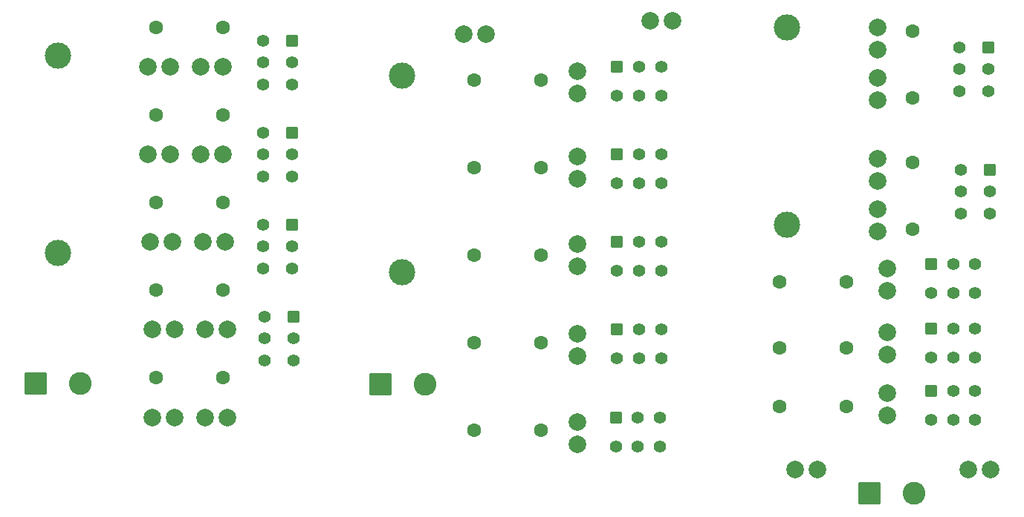
<source format=gbr>
%TF.GenerationSoftware,KiCad,Pcbnew,9.0.4*%
%TF.CreationDate,2025-08-31T04:42:25+08:00*%
%TF.ProjectId,Magdamit_EE_201L_Project,4d616764-616d-4697-945f-45455f323031,rev?*%
%TF.SameCoordinates,Original*%
%TF.FileFunction,Copper,L1,Top*%
%TF.FilePolarity,Positive*%
%FSLAX46Y46*%
G04 Gerber Fmt 4.6, Leading zero omitted, Abs format (unit mm)*
G04 Created by KiCad (PCBNEW 9.0.4) date 2025-08-31 04:42:25*
%MOMM*%
%LPD*%
G01*
G04 APERTURE LIST*
G04 Aperture macros list*
%AMRoundRect*
0 Rectangle with rounded corners*
0 $1 Rounding radius*
0 $2 $3 $4 $5 $6 $7 $8 $9 X,Y pos of 4 corners*
0 Add a 4 corners polygon primitive as box body*
4,1,4,$2,$3,$4,$5,$6,$7,$8,$9,$2,$3,0*
0 Add four circle primitives for the rounded corners*
1,1,$1+$1,$2,$3*
1,1,$1+$1,$4,$5*
1,1,$1+$1,$6,$7*
1,1,$1+$1,$8,$9*
0 Add four rect primitives between the rounded corners*
20,1,$1+$1,$2,$3,$4,$5,0*
20,1,$1+$1,$4,$5,$6,$7,0*
20,1,$1+$1,$6,$7,$8,$9,0*
20,1,$1+$1,$8,$9,$2,$3,0*%
G04 Aperture macros list end*
%TA.AperFunction,ComponentPad*%
%ADD10C,2.000000*%
%TD*%
%TA.AperFunction,ComponentPad*%
%ADD11C,1.600000*%
%TD*%
%TA.AperFunction,ComponentPad*%
%ADD12RoundRect,0.250000X-1.050000X-1.050000X1.050000X-1.050000X1.050000X1.050000X-1.050000X1.050000X0*%
%TD*%
%TA.AperFunction,ComponentPad*%
%ADD13C,2.600000*%
%TD*%
%TA.AperFunction,ComponentPad*%
%ADD14RoundRect,0.250000X-0.450000X-0.450000X0.450000X-0.450000X0.450000X0.450000X-0.450000X0.450000X0*%
%TD*%
%TA.AperFunction,ComponentPad*%
%ADD15C,1.400000*%
%TD*%
%TA.AperFunction,ComponentPad*%
%ADD16C,3.000000*%
%TD*%
%TA.AperFunction,ComponentPad*%
%ADD17RoundRect,0.250000X-0.450000X0.450000X-0.450000X-0.450000X0.450000X-0.450000X0.450000X0.450000X0*%
%TD*%
G04 APERTURE END LIST*
D10*
%TO.P,+TP_R6,1,1*%
%TO.N,Net-(SW5-A)*%
X99190000Y-55960000D03*
X99190000Y-58500000D03*
%TD*%
D11*
%TO.P,R10,1*%
%TO.N,Net-(J2-Pin_2)*%
X87380000Y-97000000D03*
%TO.P,R10,2*%
%TO.N,Net-(SW9-A)*%
X95000000Y-97000000D03*
%TD*%
D12*
%TO.P,J2,1,Pin_1*%
%TO.N,Net-(J2-Pin_1)*%
X76690000Y-91730000D03*
D13*
%TO.P,J2,2,Pin_2*%
%TO.N,Net-(J2-Pin_2)*%
X81770000Y-91730000D03*
%TD*%
D14*
%TO.P,SW_R9,1,A*%
%TO.N,Net-(SW8-A)*%
X103690000Y-85500000D03*
D15*
%TO.P,SW_R9,2,B*%
%TO.N,Net-(SW5-B)*%
X106190000Y-85500000D03*
%TO.P,SW_R9,3*%
%TO.N,N/C*%
X108690000Y-85500000D03*
%TO.P,SW_R9,4*%
X108690000Y-88800000D03*
%TO.P,SW_R9,5*%
X106190000Y-88800000D03*
%TO.P,SW_R9,6*%
X103690000Y-88800000D03*
%TD*%
D11*
%TO.P,R13,1*%
%TO.N,Net-(J3-Pin_2)*%
X122190000Y-80050000D03*
%TO.P,R13,2*%
%TO.N,Net-(SW12-A)*%
X129810000Y-80050000D03*
%TD*%
D10*
%TO.P,-TP_R12,1,1*%
%TO.N,Net-(SW11-A)*%
X133357500Y-71750000D03*
X133357500Y-74290000D03*
%TD*%
%TO.P,-TP_R4,1,1*%
%TO.N,Net-(SW4-A)*%
X56730000Y-85500000D03*
X59270000Y-85500000D03*
%TD*%
%TO.P,+TP_R5,1,1*%
%TO.N,Net-(SW4-B)*%
X50730000Y-95500000D03*
X53270000Y-95500000D03*
%TD*%
%TO.P,-TP_R3,1,1*%
%TO.N,Net-(SW3-A)*%
X56500000Y-75500000D03*
X59040000Y-75500000D03*
%TD*%
D14*
%TO.P,SW_R6,1,A*%
%TO.N,Net-(SW5-A)*%
X103690000Y-55500000D03*
D15*
%TO.P,SW_R6,2,B*%
%TO.N,Net-(SW5-B)*%
X106190000Y-55500000D03*
%TO.P,SW_R6,3*%
%TO.N,N/C*%
X108690000Y-55500000D03*
%TO.P,SW_R6,4*%
X108690000Y-58800000D03*
%TO.P,SW_R6,5*%
X106190000Y-58800000D03*
%TO.P,SW_R6,6*%
X103690000Y-58800000D03*
%TD*%
D11*
%TO.P,R5,1*%
%TO.N,Net-(SW4-B)*%
X51190000Y-91000000D03*
%TO.P,R5,2*%
%TO.N,Net-(J1-Pin_2)*%
X58810000Y-91000000D03*
%TD*%
D14*
%TO.P,SW_R8,1,A*%
%TO.N,Net-(SW7-A)*%
X103690000Y-75500000D03*
D15*
%TO.P,SW_R8,2,B*%
%TO.N,Net-(SW5-B)*%
X106190000Y-75500000D03*
%TO.P,SW_R8,3*%
%TO.N,N/C*%
X108690000Y-75500000D03*
%TO.P,SW_R8,4*%
X108690000Y-78800000D03*
%TO.P,SW_R8,5*%
X106190000Y-78800000D03*
%TO.P,SW_R8,6*%
X103690000Y-78800000D03*
%TD*%
D10*
%TO.P,-TP_R1,1,1*%
%TO.N,Net-(SW1-A)*%
X56230000Y-55500000D03*
X58770000Y-55500000D03*
%TD*%
%TO.P,+TP_R12,1,1*%
%TO.N,Net-(SW10-B)*%
X133357500Y-65980000D03*
X133357500Y-68520000D03*
%TD*%
D14*
%TO.P,SW_R14,1,A*%
%TO.N,Net-(SW13-A)*%
X139500000Y-85357500D03*
D15*
%TO.P,SW_R14,2,B*%
%TO.N,Net-(SW11-B)*%
X142000000Y-85357500D03*
%TO.P,SW_R14,3*%
%TO.N,N/C*%
X144500000Y-85357500D03*
%TO.P,SW_R14,4*%
X144500000Y-88657500D03*
%TO.P,SW_R14,5*%
X142000000Y-88657500D03*
%TO.P,SW_R14,6*%
X139500000Y-88657500D03*
%TD*%
D16*
%TO.P,F2,1*%
%TO.N,Net-(SW5-B)*%
X79190000Y-56480000D03*
%TO.P,F2,2*%
%TO.N,Net-(J2-Pin_1)*%
X79190000Y-78980000D03*
%TD*%
D17*
%TO.P,SW_11_12,1,A*%
%TO.N,Net-(SW10-A)*%
X146000000Y-53250000D03*
D15*
%TO.P,SW_11_12,2,B*%
%TO.N,Net-(SW10-B)*%
X146000000Y-55750000D03*
%TO.P,SW_11_12,3*%
%TO.N,N/C*%
X146000000Y-58250000D03*
%TO.P,SW_11_12,4*%
X142700000Y-58250000D03*
%TO.P,SW_11_12,5*%
X142700000Y-55750000D03*
%TO.P,SW_11_12,6*%
X142700000Y-53250000D03*
%TD*%
D10*
%TO.P,TP17,1,1*%
%TO.N,Net-(SW5-B)*%
X107420000Y-50230000D03*
X109960000Y-50230000D03*
%TD*%
%TO.P,+TP_R9,1,1*%
%TO.N,Net-(SW8-A)*%
X99190000Y-86000000D03*
X99190000Y-88540000D03*
%TD*%
D11*
%TO.P,R6,1*%
%TO.N,Net-(J2-Pin_2)*%
X87380000Y-57000000D03*
%TO.P,R6,2*%
%TO.N,Net-(SW5-A)*%
X95000000Y-57000000D03*
%TD*%
D10*
%TO.P,+TP_R7,1,1*%
%TO.N,Net-(SW6-A)*%
X99190000Y-65730000D03*
X99190000Y-68270000D03*
%TD*%
%TO.P,-TP,1,1*%
%TO.N,Net-(J2-Pin_2)*%
X86190000Y-51730000D03*
X88730000Y-51730000D03*
%TD*%
%TO.P,+TP_R13-R15,1,1*%
%TO.N,Net-(SW11-B)*%
X143730000Y-101500000D03*
X146270000Y-101500000D03*
%TD*%
D12*
%TO.P,J3,1,Pin_1*%
%TO.N,Net-(J3-Pin_1)*%
X132455000Y-104172500D03*
D13*
%TO.P,J3,2,Pin_2*%
%TO.N,Net-(J3-Pin_2)*%
X137535000Y-104172500D03*
%TD*%
D10*
%TO.P,-TP_R2,1,1*%
%TO.N,Net-(SW2-A)*%
X56230000Y-65500000D03*
X58770000Y-65500000D03*
%TD*%
D17*
%TO.P,SW_12_T_R12-15,1,A*%
%TO.N,Net-(SW11-A)*%
X146142500Y-67250000D03*
D15*
%TO.P,SW_12_T_R12-15,2,B*%
%TO.N,Net-(SW11-B)*%
X146142500Y-69750000D03*
%TO.P,SW_12_T_R12-15,3*%
%TO.N,N/C*%
X146142500Y-72250000D03*
%TO.P,SW_12_T_R12-15,4*%
X142842500Y-72250000D03*
%TO.P,SW_12_T_R12-15,5*%
X142842500Y-69750000D03*
%TO.P,SW_12_T_R12-15,6*%
X142842500Y-67250000D03*
%TD*%
D11*
%TO.P,R15,1*%
%TO.N,Net-(J3-Pin_2)*%
X122190000Y-94250000D03*
%TO.P,R15,2*%
%TO.N,Net-(SW14-A)*%
X129810000Y-94250000D03*
%TD*%
D17*
%TO.P,SW_R2_R3,1,A*%
%TO.N,Net-(SW2-A)*%
X66642500Y-63000000D03*
D15*
%TO.P,SW_R2_R3,2,B*%
%TO.N,Net-(SW2-B)*%
X66642500Y-65500000D03*
%TO.P,SW_R2_R3,3*%
%TO.N,N/C*%
X66642500Y-68000000D03*
%TO.P,SW_R2_R3,4*%
X63342500Y-68000000D03*
%TO.P,SW_R2_R3,5*%
X63342500Y-65500000D03*
%TO.P,SW_R2_R3,6*%
X63342500Y-63000000D03*
%TD*%
D10*
%TO.P,+TP_R11,1,1*%
%TO.N,Net-(F3-Pad1)*%
X133357500Y-50980000D03*
X133357500Y-53520000D03*
%TD*%
D11*
%TO.P,R7,1*%
%TO.N,Net-(J2-Pin_2)*%
X87380000Y-67000000D03*
%TO.P,R7,2*%
%TO.N,Net-(SW6-A)*%
X95000000Y-67000000D03*
%TD*%
D10*
%TO.P,-TP,1,1*%
%TO.N,Net-(J3-Pin_2)*%
X123960000Y-101500000D03*
X126500000Y-101500000D03*
%TD*%
D11*
%TO.P,R3,1*%
%TO.N,Net-(SW2-B)*%
X51190000Y-71000000D03*
%TO.P,R3,2*%
%TO.N,Net-(SW3-A)*%
X58810000Y-71000000D03*
%TD*%
D14*
%TO.P,SW_R15,1,A*%
%TO.N,Net-(SW14-A)*%
X139500000Y-92500000D03*
D15*
%TO.P,SW_R15,2,B*%
%TO.N,Net-(SW11-B)*%
X142000000Y-92500000D03*
%TO.P,SW_R15,3*%
%TO.N,N/C*%
X144500000Y-92500000D03*
%TO.P,SW_R15,4*%
X144500000Y-95800000D03*
%TO.P,SW_R15,5*%
X142000000Y-95800000D03*
%TO.P,SW_R15,6*%
X139500000Y-95800000D03*
%TD*%
D10*
%TO.P,+TP_R8,1,1*%
%TO.N,Net-(SW7-A)*%
X99190000Y-75730000D03*
X99190000Y-78270000D03*
%TD*%
D12*
%TO.P,J1,1,Pin_1*%
%TO.N,Net-(J1-Pin_1)*%
X37455000Y-91672500D03*
D13*
%TO.P,J1,2,Pin_2*%
%TO.N,Net-(J1-Pin_2)*%
X42535000Y-91672500D03*
%TD*%
D10*
%TO.P,+TP_R14,1,1*%
%TO.N,Net-(SW13-A)*%
X134500000Y-85837500D03*
X134500000Y-88377500D03*
%TD*%
%TO.P,-TP_R11,1,1*%
%TO.N,Net-(SW10-A)*%
X133357500Y-56750000D03*
X133357500Y-59290000D03*
%TD*%
%TO.P,+TP_R13,1,1*%
%TO.N,Net-(SW12-A)*%
X134500000Y-78550000D03*
X134500000Y-81090000D03*
%TD*%
%TO.P,+TP_R15,1,1*%
%TO.N,Net-(SW14-A)*%
X134500000Y-92750000D03*
X134500000Y-95290000D03*
%TD*%
%TO.P,+TP_R2,1,1*%
%TO.N,Net-(SW1-B)*%
X50230000Y-65500000D03*
X52770000Y-65500000D03*
%TD*%
D16*
%TO.P,F1,1*%
%TO.N,Net-(F1-Pad1)*%
X40000000Y-54250000D03*
%TO.P,F1,2*%
%TO.N,Net-(J1-Pin_1)*%
X40000000Y-76750000D03*
%TD*%
D11*
%TO.P,R11,1*%
%TO.N,Net-(F3-Pad1)*%
X137357500Y-51440000D03*
%TO.P,R11,2*%
%TO.N,Net-(SW10-A)*%
X137357500Y-59060000D03*
%TD*%
D10*
%TO.P,+TP_R1,1,1*%
%TO.N,Net-(F1-Pad1)*%
X50230000Y-55500000D03*
X52770000Y-55500000D03*
%TD*%
D14*
%TO.P,SW_R7,1,A*%
%TO.N,Net-(SW6-A)*%
X103690000Y-65500000D03*
D15*
%TO.P,SW_R7,2,B*%
%TO.N,Net-(SW5-B)*%
X106190000Y-65500000D03*
%TO.P,SW_R7,3*%
%TO.N,N/C*%
X108690000Y-65500000D03*
%TO.P,SW_R7,4*%
X108690000Y-68800000D03*
%TO.P,SW_R7,5*%
X106190000Y-68800000D03*
%TO.P,SW_R7,6*%
X103690000Y-68800000D03*
%TD*%
D17*
%TO.P,SW_R1_R2,1,A*%
%TO.N,Net-(SW1-A)*%
X66642500Y-52500000D03*
D15*
%TO.P,SW_R1_R2,2,B*%
%TO.N,Net-(SW1-B)*%
X66642500Y-55000000D03*
%TO.P,SW_R1_R2,3*%
%TO.N,N/C*%
X66642500Y-57500000D03*
%TO.P,SW_R1_R2,4*%
X63342500Y-57500000D03*
%TO.P,SW_R1_R2,5*%
X63342500Y-55000000D03*
%TO.P,SW_R1_R2,6*%
X63342500Y-52500000D03*
%TD*%
D11*
%TO.P,R2,1*%
%TO.N,Net-(SW1-B)*%
X51190000Y-61000000D03*
%TO.P,R2,2*%
%TO.N,Net-(SW2-A)*%
X58810000Y-61000000D03*
%TD*%
D16*
%TO.P,F3,1*%
%TO.N,Net-(F3-Pad1)*%
X123000000Y-51000000D03*
%TO.P,F3,2*%
%TO.N,Net-(J3-Pin_1)*%
X123000000Y-73500000D03*
%TD*%
D10*
%TO.P,+TP_R3,1,1*%
%TO.N,Net-(SW2-B)*%
X50460000Y-75500000D03*
X53000000Y-75500000D03*
%TD*%
%TO.P,+TP_R10,1,1*%
%TO.N,Net-(SW9-A)*%
X99190000Y-96000000D03*
X99190000Y-98540000D03*
%TD*%
D14*
%TO.P,SW_R13,1,A*%
%TO.N,Net-(SW12-A)*%
X139500000Y-78000000D03*
D15*
%TO.P,SW_R13,2,B*%
%TO.N,Net-(SW11-B)*%
X142000000Y-78000000D03*
%TO.P,SW_R13,3*%
%TO.N,N/C*%
X144500000Y-78000000D03*
%TO.P,SW_R13,4*%
X144500000Y-81300000D03*
%TO.P,SW_R13,5*%
X142000000Y-81300000D03*
%TO.P,SW_R13,6*%
X139500000Y-81300000D03*
%TD*%
D11*
%TO.P,R9,1*%
%TO.N,Net-(J2-Pin_2)*%
X87380000Y-87000000D03*
%TO.P,R9,2*%
%TO.N,Net-(SW8-A)*%
X95000000Y-87000000D03*
%TD*%
%TO.P,R8,1*%
%TO.N,Net-(J2-Pin_2)*%
X87380000Y-77000000D03*
%TO.P,R8,2*%
%TO.N,Net-(SW7-A)*%
X95000000Y-77000000D03*
%TD*%
%TO.P,R4,1*%
%TO.N,Net-(SW3-B)*%
X51190000Y-81000000D03*
%TO.P,R4,2*%
%TO.N,Net-(SW4-A)*%
X58810000Y-81000000D03*
%TD*%
D17*
%TO.P,SW_R4_R5,1,A*%
%TO.N,Net-(SW4-A)*%
X66800000Y-84000000D03*
D15*
%TO.P,SW_R4_R5,2,B*%
%TO.N,Net-(SW4-B)*%
X66800000Y-86500000D03*
%TO.P,SW_R4_R5,3*%
%TO.N,N/C*%
X66800000Y-89000000D03*
%TO.P,SW_R4_R5,4*%
X63500000Y-89000000D03*
%TO.P,SW_R4_R5,5*%
X63500000Y-86500000D03*
%TO.P,SW_R4_R5,6*%
X63500000Y-84000000D03*
%TD*%
D11*
%TO.P,R14,1*%
%TO.N,Net-(J3-Pin_2)*%
X122190000Y-87607500D03*
%TO.P,R14,2*%
%TO.N,Net-(SW13-A)*%
X129810000Y-87607500D03*
%TD*%
%TO.P,R12,1*%
%TO.N,Net-(SW10-B)*%
X137357500Y-66440000D03*
%TO.P,R12,2*%
%TO.N,Net-(SW11-A)*%
X137357500Y-74060000D03*
%TD*%
D17*
%TO.P,SW_R3_R4,1,A*%
%TO.N,Net-(SW3-A)*%
X66642500Y-73500000D03*
D15*
%TO.P,SW_R3_R4,2,B*%
%TO.N,Net-(SW3-B)*%
X66642500Y-76000000D03*
%TO.P,SW_R3_R4,3*%
%TO.N,N/C*%
X66642500Y-78500000D03*
%TO.P,SW_R3_R4,4*%
X63342500Y-78500000D03*
%TO.P,SW_R3_R4,5*%
X63342500Y-76000000D03*
%TO.P,SW_R3_R4,6*%
X63342500Y-73500000D03*
%TD*%
D10*
%TO.P,+TP_R4,1,1*%
%TO.N,Net-(SW3-B)*%
X50730000Y-85500000D03*
X53270000Y-85500000D03*
%TD*%
D14*
%TO.P,SW_R10,1,A*%
%TO.N,Net-(SW9-A)*%
X103547500Y-95500000D03*
D15*
%TO.P,SW_R10,2,B*%
%TO.N,Net-(SW5-B)*%
X106047500Y-95500000D03*
%TO.P,SW_R10,3*%
%TO.N,N/C*%
X108547500Y-95500000D03*
%TO.P,SW_R10,4*%
X108547500Y-98800000D03*
%TO.P,SW_R10,5*%
X106047500Y-98800000D03*
%TO.P,SW_R10,6*%
X103547500Y-98800000D03*
%TD*%
D10*
%TO.P,-TP_R5,1,1*%
%TO.N,Net-(J1-Pin_2)*%
X56730000Y-95500000D03*
X59270000Y-95500000D03*
%TD*%
D11*
%TO.P,R1,1*%
%TO.N,Net-(F1-Pad1)*%
X51190000Y-51000000D03*
%TO.P,R1,2*%
%TO.N,Net-(SW1-A)*%
X58810000Y-51000000D03*
%TD*%
M02*

</source>
